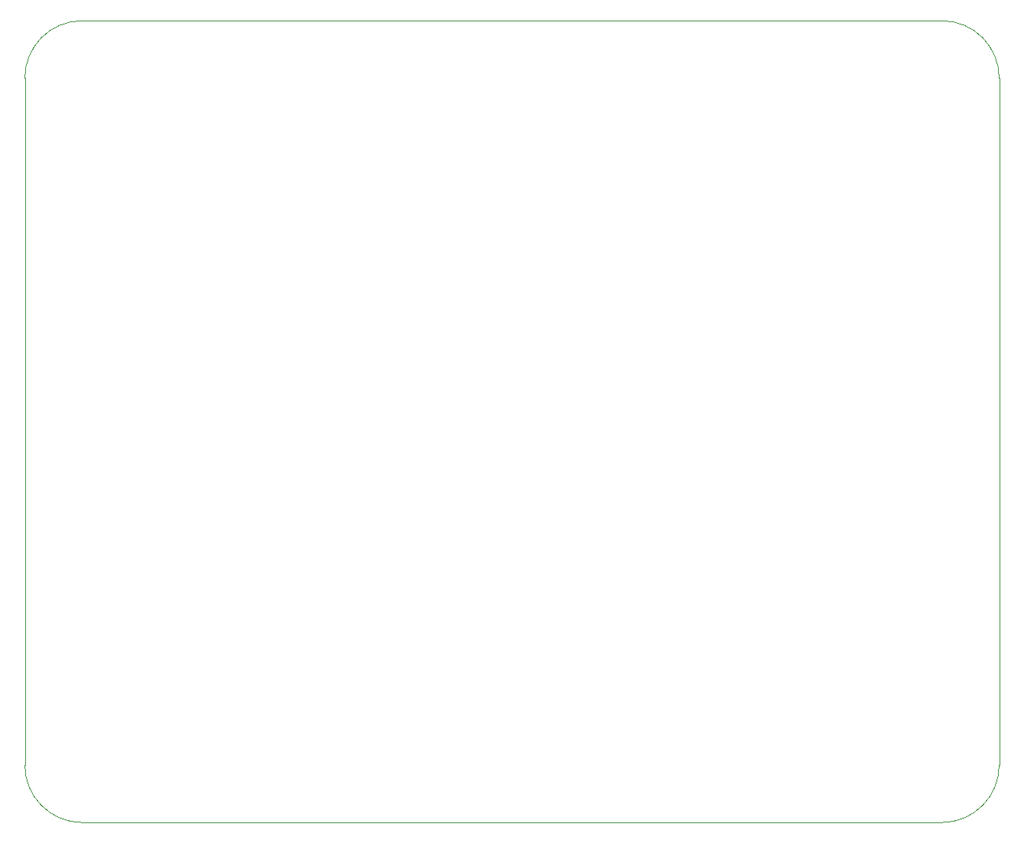
<source format=gbr>
%TF.GenerationSoftware,KiCad,Pcbnew,7.0.8*%
%TF.CreationDate,2024-01-07T20:15:45-08:00*%
%TF.ProjectId,PicoIrrigation,5069636f-4972-4726-9967-6174696f6e2e,rev?*%
%TF.SameCoordinates,Original*%
%TF.FileFunction,Profile,NP*%
%FSLAX46Y46*%
G04 Gerber Fmt 4.6, Leading zero omitted, Abs format (unit mm)*
G04 Created by KiCad (PCBNEW 7.0.8) date 2024-01-07 20:15:45*
%MOMM*%
%LPD*%
G01*
G04 APERTURE LIST*
%TA.AperFunction,Profile*%
%ADD10C,0.100000*%
%TD*%
G04 APERTURE END LIST*
D10*
X177800000Y-57150000D02*
X177800000Y-133350000D01*
X76200000Y-50800000D02*
G75*
G03*
X69850000Y-57150000I0J-6350000D01*
G01*
X177800000Y-57150000D02*
G75*
G03*
X171450000Y-50800000I-6350000J0D01*
G01*
X171450000Y-139700000D02*
X76200000Y-139700000D01*
X76200000Y-50800000D02*
X171450000Y-50800000D01*
X171450000Y-139700000D02*
G75*
G03*
X177800000Y-133350000I0J6350000D01*
G01*
X69850000Y-57150000D02*
X69850000Y-133350000D01*
X69850000Y-133350000D02*
G75*
G03*
X76200000Y-139700000I6350000J0D01*
G01*
M02*

</source>
